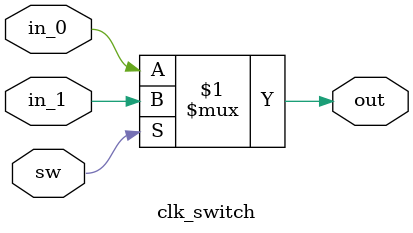
<source format=v>

/*+
 * Copyright (c) 2022-2023 Zhengde
 * 
 * All rights reserved.
 * 
 * Redistribution and use in source and binary forms, with or without
 * modification, are permitted provided that the following conditions are met:
 * 
 * 1 Redistributions of source code must retain the above copyright notice, this
 *   list of conditions and the following disclaimer.
 * 
 * 2 Redistributions in binary form must reproduce the above copyright notice,
 *   this list of conditions and the following disclaimer in the documentation
 *   and/or other materials provided with the distribution.
 * 
 * 3 Neither the name of the copyright holder nor the names of its
 *   contributors may be used to endorse or promote products derived from
 *   this software without specific prior written permission.
 * 
 * THIS SOFTWARE IS PROVIDED BY THE COPYRIGHT HOLDERS AND CONTRIBUTORS "AS IS"
 * AND ANY EXPRESS OR IMPLIED WARRANTIES, INCLUDING, BUT NOT LIMITED TO, THE
 * IMPLIED WARRANTIES OF MERCHANTABILITY AND FITNESS FOR A PARTICULAR PURPOSE ARE
 * DISCLAIMED. IN NO EVENT SHALL THE COPYRIGHT HOLDER OR CONTRIBUTORS BE LIABLE
 * FOR ANY DIRECT, INDIRECT, INCIDENTAL, SPECIAL, EXEMPLARY, OR CONSEQUENTIAL
 * DAMAGES (INCLUDING, BUT NOT LIMITED TO, PROCUREMENT OF SUBSTITUTE GOODS OR
 * SERVICES; LOSS OF USE, DATA, OR PROFITS; OR BUSINESS INTERRUPTION) HOWEVER
 * CAUSED AND ON ANY THEORY OF LIABILITY, WHETHER IN CONTRACT, STRICT LIABILITY,
 * OR TORT (INCLUDING NEGLIGENCE OR OTHERWISE) ARISING IN ANY WAY OUT OF THE USE
 * OF THIS SOFTWARE, EVEN IF ADVISED OF THE POSSIBILITY OF SUCH DAMAGE.
-*/

/*+
 * Clock Multiplexer.
 * This is behavioral description, for simulation only.
 * Replace it with real element according to technology used.
-*/

module clk_switch (   
    input       in_0,
    input       in_1,
    input       sw  ,
    output      out 
);

`ifdef VENDOR_TECH
    CLK_SWITCH u_clk_switch 
    (   
        .IN_0    (in_0),
        .IN_1    (in_1),
        .SW      (sw  ),
        .OUT     (out )
    );
`else
    assign out = sw ? in_1 : in_0;
`endif

endmodule

</source>
